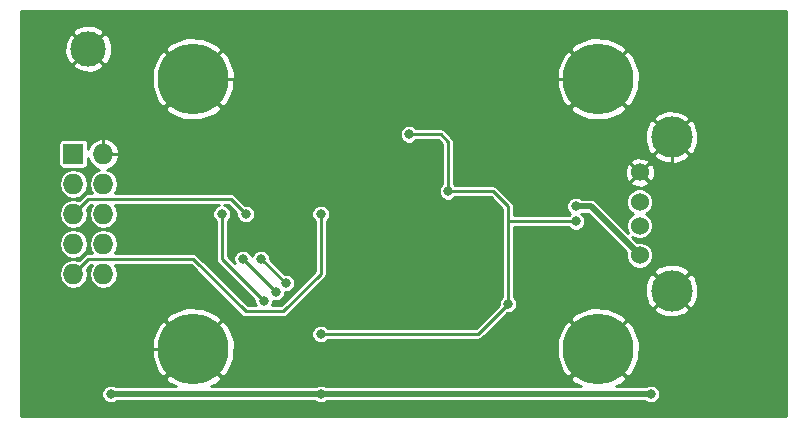
<source format=gbr>
G04 #@! TF.FileFunction,Copper,L2,Bot,Signal*
%FSLAX46Y46*%
G04 Gerber Fmt 4.6, Leading zero omitted, Abs format (unit mm)*
G04 Created by KiCad (PCBNEW 4.0.5+dfsg1-4) date Thu Feb 15 14:09:15 2018*
%MOMM*%
%LPD*%
G01*
G04 APERTURE LIST*
%ADD10C,0.100000*%
%ADD11R,1.727200X1.727200*%
%ADD12O,1.727200X1.727200*%
%ADD13C,1.524000*%
%ADD14C,3.500000*%
%ADD15C,6.000000*%
%ADD16C,3.000000*%
%ADD17C,0.800000*%
%ADD18C,0.250000*%
%ADD19C,0.500000*%
%ADD20C,0.254000*%
G04 APERTURE END LIST*
D10*
D11*
X132080000Y-96520000D03*
D12*
X134620000Y-96520000D03*
X132080000Y-99060000D03*
X134620000Y-99060000D03*
X132080000Y-101600000D03*
X134620000Y-101600000D03*
X132080000Y-104140000D03*
X134620000Y-104140000D03*
X132080000Y-106680000D03*
X134620000Y-106680000D03*
D13*
X180040000Y-100600000D03*
X180040000Y-102600000D03*
X180040000Y-98100000D03*
X180040000Y-105100000D03*
D14*
X182740000Y-108100000D03*
X182740000Y-95100000D03*
D15*
X142240000Y-90170000D03*
X142240000Y-113030000D03*
X176530000Y-113030000D03*
X176530000Y-90170000D03*
D16*
X133350000Y-87630000D03*
D17*
X129286000Y-117221000D03*
X190500000Y-101600000D03*
X151511000Y-91440000D03*
X162052000Y-91440000D03*
X140970000Y-99060000D03*
X163195000Y-101600000D03*
X157480000Y-102870000D03*
X162560000Y-114300000D03*
X172720000Y-98425000D03*
X172720000Y-96520000D03*
X172720000Y-94615000D03*
X184785000Y-117475000D03*
X166370000Y-94615000D03*
X176530000Y-99695000D03*
X176530000Y-103505000D03*
X180975000Y-116840000D03*
X135255000Y-116840000D03*
X153035000Y-116840000D03*
X160528000Y-94869000D03*
X174625000Y-102235000D03*
X168910000Y-109220000D03*
X153035000Y-111760000D03*
X163830000Y-99695000D03*
X174625000Y-100965000D03*
X149225000Y-108204000D03*
X146431000Y-105410000D03*
X144653000Y-101600000D03*
X148209000Y-108966000D03*
X147955000Y-105410000D03*
X150114000Y-107442000D03*
X146685000Y-101600000D03*
X153035000Y-101600000D03*
D18*
X142240000Y-113030000D02*
X133477000Y-113030000D01*
X133477000Y-113030000D02*
X129286000Y-117221000D01*
X182740000Y-95100000D02*
X182740000Y-100698000D01*
X183642000Y-101600000D02*
X190500000Y-101600000D01*
X182740000Y-100698000D02*
X183642000Y-101600000D01*
X142240000Y-90170000D02*
X150241000Y-90170000D01*
X150241000Y-90170000D02*
X151511000Y-91440000D01*
X176530000Y-90170000D02*
X163322000Y-90170000D01*
X163322000Y-90170000D02*
X162052000Y-91440000D01*
X134620000Y-96520000D02*
X138430000Y-96520000D01*
X138430000Y-96520000D02*
X140970000Y-99060000D01*
X163195000Y-101600000D02*
X161925000Y-102870000D01*
X161925000Y-102870000D02*
X157480000Y-102870000D01*
D19*
X180975000Y-116840000D02*
X153035000Y-116840000D01*
X135255000Y-116840000D02*
X153035000Y-116840000D01*
D18*
X163830000Y-95885000D02*
X163830000Y-95504000D01*
X163830000Y-99695000D02*
X163830000Y-95885000D01*
X163195000Y-94869000D02*
X160528000Y-94869000D01*
X163830000Y-95504000D02*
X163195000Y-94869000D01*
X168910000Y-102235000D02*
X168910000Y-100965000D01*
X167640000Y-99695000D02*
X163830000Y-99695000D01*
X168910000Y-100965000D02*
X167640000Y-99695000D01*
X168910000Y-109220000D02*
X168910000Y-102235000D01*
X168910000Y-102235000D02*
X174625000Y-102235000D01*
X166370000Y-111760000D02*
X168910000Y-109220000D01*
X153035000Y-111760000D02*
X166370000Y-111760000D01*
D19*
X174625000Y-100965000D02*
X175905000Y-100965000D01*
X175905000Y-100965000D02*
X180040000Y-105100000D01*
D18*
X149225000Y-108204000D02*
X146431000Y-105410000D01*
X144653000Y-105410000D02*
X144653000Y-101600000D01*
X148209000Y-108966000D02*
X144653000Y-105410000D01*
X147955000Y-105410000D02*
X150114000Y-107442000D01*
X133350000Y-100330000D02*
X132080000Y-101600000D01*
X145415000Y-100330000D02*
X133350000Y-100330000D01*
X146685000Y-101600000D02*
X145415000Y-100330000D01*
X133350000Y-105410000D02*
X132080000Y-106680000D01*
X142240000Y-105410000D02*
X133350000Y-105410000D01*
X146685000Y-109855000D02*
X142240000Y-105410000D01*
X149860000Y-109855000D02*
X146685000Y-109855000D01*
X153035000Y-106680000D02*
X149860000Y-109855000D01*
X153035000Y-101600000D02*
X153035000Y-106680000D01*
D20*
G36*
X192405000Y-118745000D02*
X127635000Y-118745000D01*
X127635000Y-116994669D01*
X134473864Y-116994669D01*
X134592514Y-117281823D01*
X134812021Y-117501714D01*
X135098968Y-117620864D01*
X135409669Y-117621136D01*
X135696823Y-117502486D01*
X135728364Y-117471000D01*
X152561361Y-117471000D01*
X152592021Y-117501714D01*
X152878968Y-117620864D01*
X153189669Y-117621136D01*
X153476823Y-117502486D01*
X153508364Y-117471000D01*
X180501361Y-117471000D01*
X180532021Y-117501714D01*
X180818968Y-117620864D01*
X181129669Y-117621136D01*
X181416823Y-117502486D01*
X181636714Y-117282979D01*
X181755864Y-116996032D01*
X181756136Y-116685331D01*
X181637486Y-116398177D01*
X181417979Y-116178286D01*
X181131032Y-116059136D01*
X180820331Y-116058864D01*
X180533177Y-116177514D01*
X180501636Y-116209000D01*
X178045012Y-116209000D01*
X178409650Y-116073005D01*
X178622059Y-115931078D01*
X178960328Y-115478289D01*
X176530000Y-113047961D01*
X174099672Y-115478289D01*
X174437941Y-115931078D01*
X175046474Y-116209000D01*
X153508639Y-116209000D01*
X153477979Y-116178286D01*
X153191032Y-116059136D01*
X152880331Y-116058864D01*
X152593177Y-116177514D01*
X152561636Y-116209000D01*
X143755012Y-116209000D01*
X144119650Y-116073005D01*
X144332059Y-115931078D01*
X144670328Y-115478289D01*
X142240000Y-113047961D01*
X139809672Y-115478289D01*
X140147941Y-115931078D01*
X140756474Y-116209000D01*
X135728639Y-116209000D01*
X135697979Y-116178286D01*
X135411032Y-116059136D01*
X135100331Y-116058864D01*
X134813177Y-116177514D01*
X134593286Y-116397021D01*
X134474136Y-116683968D01*
X134473864Y-116994669D01*
X127635000Y-116994669D01*
X127635000Y-113602063D01*
X138709319Y-113602063D01*
X139196995Y-114909650D01*
X139338922Y-115122059D01*
X139791711Y-115460328D01*
X142222039Y-113030000D01*
X142257961Y-113030000D01*
X144688289Y-115460328D01*
X145141078Y-115122059D01*
X145720843Y-113852616D01*
X145729796Y-113602063D01*
X172999319Y-113602063D01*
X173486995Y-114909650D01*
X173628922Y-115122059D01*
X174081711Y-115460328D01*
X176512039Y-113030000D01*
X176547961Y-113030000D01*
X178978289Y-115460328D01*
X179431078Y-115122059D01*
X180010843Y-113852616D01*
X180060681Y-112457937D01*
X179573005Y-111150350D01*
X179431078Y-110937941D01*
X178978289Y-110599672D01*
X176547961Y-113030000D01*
X176512039Y-113030000D01*
X174081711Y-110599672D01*
X173628922Y-110937941D01*
X173049157Y-112207384D01*
X172999319Y-113602063D01*
X145729796Y-113602063D01*
X145770681Y-112457937D01*
X145568065Y-111914669D01*
X152253864Y-111914669D01*
X152372514Y-112201823D01*
X152592021Y-112421714D01*
X152878968Y-112540864D01*
X153189669Y-112541136D01*
X153476823Y-112422486D01*
X153633583Y-112266000D01*
X166370000Y-112266000D01*
X166563638Y-112227483D01*
X166727796Y-112117796D01*
X168263881Y-110581711D01*
X174099672Y-110581711D01*
X176530000Y-113012039D01*
X178960328Y-110581711D01*
X178622059Y-110128922D01*
X177567025Y-109647079D01*
X181210882Y-109647079D01*
X181397074Y-109969985D01*
X182214910Y-110341556D01*
X183112687Y-110371871D01*
X183953725Y-110056314D01*
X184082926Y-109969985D01*
X184269118Y-109647079D01*
X182740000Y-108117961D01*
X181210882Y-109647079D01*
X177567025Y-109647079D01*
X177352616Y-109549157D01*
X175957937Y-109499319D01*
X174650350Y-109986995D01*
X174437941Y-110128922D01*
X174099672Y-110581711D01*
X168263881Y-110581711D01*
X168844649Y-110000943D01*
X169064669Y-110001136D01*
X169351823Y-109882486D01*
X169571714Y-109662979D01*
X169690864Y-109376032D01*
X169691136Y-109065331D01*
X169572486Y-108778177D01*
X169416000Y-108621417D01*
X169416000Y-108472687D01*
X180468129Y-108472687D01*
X180783686Y-109313725D01*
X180870015Y-109442926D01*
X181192921Y-109629118D01*
X182722039Y-108100000D01*
X182757961Y-108100000D01*
X184287079Y-109629118D01*
X184609985Y-109442926D01*
X184981556Y-108625090D01*
X185011871Y-107727313D01*
X184696314Y-106886275D01*
X184609985Y-106757074D01*
X184287079Y-106570882D01*
X182757961Y-108100000D01*
X182722039Y-108100000D01*
X181192921Y-106570882D01*
X180870015Y-106757074D01*
X180498444Y-107574910D01*
X180468129Y-108472687D01*
X169416000Y-108472687D01*
X169416000Y-106552921D01*
X181210882Y-106552921D01*
X182740000Y-108082039D01*
X184269118Y-106552921D01*
X184082926Y-106230015D01*
X183265090Y-105858444D01*
X182367313Y-105828129D01*
X181526275Y-106143686D01*
X181397074Y-106230015D01*
X181210882Y-106552921D01*
X169416000Y-106552921D01*
X169416000Y-102741000D01*
X174026579Y-102741000D01*
X174182021Y-102896714D01*
X174468968Y-103015864D01*
X174779669Y-103016136D01*
X175066823Y-102897486D01*
X175286714Y-102677979D01*
X175405864Y-102391032D01*
X175406136Y-102080331D01*
X175287486Y-101793177D01*
X175094502Y-101599855D01*
X175098364Y-101596000D01*
X175643632Y-101596000D01*
X178903677Y-104856045D01*
X178897199Y-104871646D01*
X178896802Y-105326359D01*
X179070446Y-105746612D01*
X179391697Y-106068423D01*
X179811646Y-106242801D01*
X180266359Y-106243198D01*
X180686612Y-106069554D01*
X181008423Y-105748303D01*
X181182801Y-105328354D01*
X181183198Y-104873641D01*
X181009554Y-104453388D01*
X180688303Y-104131577D01*
X180268354Y-103957199D01*
X179813641Y-103956802D01*
X179796325Y-103963957D01*
X179407249Y-103574881D01*
X179811646Y-103742801D01*
X180266359Y-103743198D01*
X180686612Y-103569554D01*
X181008423Y-103248303D01*
X181182801Y-102828354D01*
X181183198Y-102373641D01*
X181009554Y-101953388D01*
X180688303Y-101631577D01*
X180612591Y-101600139D01*
X180686612Y-101569554D01*
X181008423Y-101248303D01*
X181182801Y-100828354D01*
X181183198Y-100373641D01*
X181009554Y-99953388D01*
X180688303Y-99631577D01*
X180268354Y-99457199D01*
X179813641Y-99456802D01*
X179393388Y-99630446D01*
X179071577Y-99951697D01*
X178897199Y-100371646D01*
X178896802Y-100826359D01*
X179070446Y-101246612D01*
X179391697Y-101568423D01*
X179467409Y-101599861D01*
X179393388Y-101630446D01*
X179071577Y-101951697D01*
X178897199Y-102371646D01*
X178896802Y-102826359D01*
X179064437Y-103232069D01*
X176351184Y-100518816D01*
X176146473Y-100382032D01*
X175905000Y-100334000D01*
X175098639Y-100334000D01*
X175067979Y-100303286D01*
X174781032Y-100184136D01*
X174470331Y-100183864D01*
X174183177Y-100302514D01*
X173963286Y-100522021D01*
X173844136Y-100808968D01*
X173843864Y-101119669D01*
X173962514Y-101406823D01*
X174155498Y-101600145D01*
X174026417Y-101729000D01*
X169416000Y-101729000D01*
X169416000Y-100965000D01*
X169377483Y-100771362D01*
X169267796Y-100607204D01*
X167997796Y-99337204D01*
X167833638Y-99227517D01*
X167640000Y-99189000D01*
X164428421Y-99189000D01*
X164336000Y-99096417D01*
X164336000Y-98934748D01*
X179223212Y-98934748D01*
X179289199Y-99154996D01*
X179750080Y-99362008D01*
X180255098Y-99376891D01*
X180727370Y-99197379D01*
X180790801Y-99154996D01*
X180856788Y-98934748D01*
X180040000Y-98117961D01*
X179223212Y-98934748D01*
X164336000Y-98934748D01*
X164336000Y-98315098D01*
X178763109Y-98315098D01*
X178942621Y-98787370D01*
X178985004Y-98850801D01*
X179205252Y-98916788D01*
X180022039Y-98100000D01*
X180057961Y-98100000D01*
X180874748Y-98916788D01*
X181094996Y-98850801D01*
X181302008Y-98389920D01*
X181316891Y-97884902D01*
X181137379Y-97412630D01*
X181094996Y-97349199D01*
X180874748Y-97283212D01*
X180057961Y-98100000D01*
X180022039Y-98100000D01*
X179205252Y-97283212D01*
X178985004Y-97349199D01*
X178777992Y-97810080D01*
X178763109Y-98315098D01*
X164336000Y-98315098D01*
X164336000Y-97265252D01*
X179223212Y-97265252D01*
X180040000Y-98082039D01*
X180856788Y-97265252D01*
X180790801Y-97045004D01*
X180329920Y-96837992D01*
X179824902Y-96823109D01*
X179352630Y-97002621D01*
X179289199Y-97045004D01*
X179223212Y-97265252D01*
X164336000Y-97265252D01*
X164336000Y-96647079D01*
X181210882Y-96647079D01*
X181397074Y-96969985D01*
X182214910Y-97341556D01*
X183112687Y-97371871D01*
X183953725Y-97056314D01*
X184082926Y-96969985D01*
X184269118Y-96647079D01*
X182740000Y-95117961D01*
X181210882Y-96647079D01*
X164336000Y-96647079D01*
X164336000Y-95504000D01*
X164329772Y-95472687D01*
X180468129Y-95472687D01*
X180783686Y-96313725D01*
X180870015Y-96442926D01*
X181192921Y-96629118D01*
X182722039Y-95100000D01*
X182757961Y-95100000D01*
X184287079Y-96629118D01*
X184609985Y-96442926D01*
X184981556Y-95625090D01*
X185011871Y-94727313D01*
X184696314Y-93886275D01*
X184609985Y-93757074D01*
X184287079Y-93570882D01*
X182757961Y-95100000D01*
X182722039Y-95100000D01*
X181192921Y-93570882D01*
X180870015Y-93757074D01*
X180498444Y-94574910D01*
X180468129Y-95472687D01*
X164329772Y-95472687D01*
X164297483Y-95310362D01*
X164187796Y-95146204D01*
X163552796Y-94511204D01*
X163388638Y-94401517D01*
X163195000Y-94363000D01*
X161126421Y-94363000D01*
X160970979Y-94207286D01*
X160684032Y-94088136D01*
X160373331Y-94087864D01*
X160086177Y-94206514D01*
X159866286Y-94426021D01*
X159747136Y-94712968D01*
X159746864Y-95023669D01*
X159865514Y-95310823D01*
X160085021Y-95530714D01*
X160371968Y-95649864D01*
X160682669Y-95650136D01*
X160969823Y-95531486D01*
X161126583Y-95375000D01*
X162985408Y-95375000D01*
X163324000Y-95713592D01*
X163324000Y-99096579D01*
X163168286Y-99252021D01*
X163049136Y-99538968D01*
X163048864Y-99849669D01*
X163167514Y-100136823D01*
X163387021Y-100356714D01*
X163673968Y-100475864D01*
X163984669Y-100476136D01*
X164271823Y-100357486D01*
X164428583Y-100201000D01*
X167430408Y-100201000D01*
X168404000Y-101174592D01*
X168404000Y-108621579D01*
X168248286Y-108777021D01*
X168129136Y-109063968D01*
X168128942Y-109285466D01*
X166160408Y-111254000D01*
X153633421Y-111254000D01*
X153477979Y-111098286D01*
X153191032Y-110979136D01*
X152880331Y-110978864D01*
X152593177Y-111097514D01*
X152373286Y-111317021D01*
X152254136Y-111603968D01*
X152253864Y-111914669D01*
X145568065Y-111914669D01*
X145283005Y-111150350D01*
X145141078Y-110937941D01*
X144688289Y-110599672D01*
X142257961Y-113030000D01*
X142222039Y-113030000D01*
X139791711Y-110599672D01*
X139338922Y-110937941D01*
X138759157Y-112207384D01*
X138709319Y-113602063D01*
X127635000Y-113602063D01*
X127635000Y-110581711D01*
X139809672Y-110581711D01*
X142240000Y-113012039D01*
X144670328Y-110581711D01*
X144332059Y-110128922D01*
X143062616Y-109549157D01*
X141667937Y-109499319D01*
X140360350Y-109986995D01*
X140147941Y-110128922D01*
X139809672Y-110581711D01*
X127635000Y-110581711D01*
X127635000Y-104115617D01*
X130835400Y-104115617D01*
X130835400Y-104164383D01*
X130930140Y-104640671D01*
X131199935Y-105044448D01*
X131603712Y-105314243D01*
X132080000Y-105408983D01*
X132556288Y-105314243D01*
X132960065Y-105044448D01*
X133229860Y-104640671D01*
X133324600Y-104164383D01*
X133324600Y-104115617D01*
X133229860Y-103639329D01*
X132960065Y-103235552D01*
X132556288Y-102965757D01*
X132080000Y-102871017D01*
X131603712Y-102965757D01*
X131199935Y-103235552D01*
X130930140Y-103639329D01*
X130835400Y-104115617D01*
X127635000Y-104115617D01*
X127635000Y-99035617D01*
X130835400Y-99035617D01*
X130835400Y-99084383D01*
X130930140Y-99560671D01*
X131199935Y-99964448D01*
X131603712Y-100234243D01*
X132080000Y-100328983D01*
X132556288Y-100234243D01*
X132960065Y-99964448D01*
X133229860Y-99560671D01*
X133324600Y-99084383D01*
X133324600Y-99035617D01*
X133229860Y-98559329D01*
X132960065Y-98155552D01*
X132556288Y-97885757D01*
X132080000Y-97791017D01*
X131603712Y-97885757D01*
X131199935Y-98155552D01*
X130930140Y-98559329D01*
X130835400Y-99035617D01*
X127635000Y-99035617D01*
X127635000Y-95656400D01*
X130827936Y-95656400D01*
X130827936Y-97383600D01*
X130854503Y-97524790D01*
X130937946Y-97654465D01*
X131065266Y-97741459D01*
X131216400Y-97772064D01*
X132943600Y-97772064D01*
X133084790Y-97745497D01*
X133214465Y-97662054D01*
X133301459Y-97534734D01*
X133332064Y-97383600D01*
X133332064Y-96917686D01*
X133457204Y-97247457D01*
X133824102Y-97637065D01*
X134305446Y-97853586D01*
X134143712Y-97885757D01*
X133739935Y-98155552D01*
X133470140Y-98559329D01*
X133375400Y-99035617D01*
X133375400Y-99084383D01*
X133470140Y-99560671D01*
X133646091Y-99824000D01*
X133350000Y-99824000D01*
X133156362Y-99862517D01*
X132992204Y-99972204D01*
X132541577Y-100422831D01*
X132080000Y-100331017D01*
X131603712Y-100425757D01*
X131199935Y-100695552D01*
X130930140Y-101099329D01*
X130835400Y-101575617D01*
X130835400Y-101624383D01*
X130930140Y-102100671D01*
X131199935Y-102504448D01*
X131603712Y-102774243D01*
X132080000Y-102868983D01*
X132556288Y-102774243D01*
X132960065Y-102504448D01*
X133229860Y-102100671D01*
X133324600Y-101624383D01*
X133324600Y-101575617D01*
X133240877Y-101154715D01*
X133559592Y-100836000D01*
X133646091Y-100836000D01*
X133470140Y-101099329D01*
X133375400Y-101575617D01*
X133375400Y-101624383D01*
X133470140Y-102100671D01*
X133739935Y-102504448D01*
X134143712Y-102774243D01*
X134620000Y-102868983D01*
X135096288Y-102774243D01*
X135500065Y-102504448D01*
X135769860Y-102100671D01*
X135864600Y-101624383D01*
X135864600Y-101575617D01*
X135769860Y-101099329D01*
X135593909Y-100836000D01*
X144456859Y-100836000D01*
X144211177Y-100937514D01*
X143991286Y-101157021D01*
X143872136Y-101443968D01*
X143871864Y-101754669D01*
X143990514Y-102041823D01*
X144147000Y-102198583D01*
X144147000Y-105410000D01*
X144185517Y-105603638D01*
X144295204Y-105767796D01*
X147428057Y-108900649D01*
X147427864Y-109120669D01*
X147522209Y-109349000D01*
X146894592Y-109349000D01*
X142597796Y-105052204D01*
X142433638Y-104942517D01*
X142240000Y-104904000D01*
X135593909Y-104904000D01*
X135769860Y-104640671D01*
X135864600Y-104164383D01*
X135864600Y-104115617D01*
X135769860Y-103639329D01*
X135500065Y-103235552D01*
X135096288Y-102965757D01*
X134620000Y-102871017D01*
X134143712Y-102965757D01*
X133739935Y-103235552D01*
X133470140Y-103639329D01*
X133375400Y-104115617D01*
X133375400Y-104164383D01*
X133470140Y-104640671D01*
X133646091Y-104904000D01*
X133350000Y-104904000D01*
X133156362Y-104942517D01*
X132992204Y-105052204D01*
X132541577Y-105502831D01*
X132080000Y-105411017D01*
X131603712Y-105505757D01*
X131199935Y-105775552D01*
X130930140Y-106179329D01*
X130835400Y-106655617D01*
X130835400Y-106704383D01*
X130930140Y-107180671D01*
X131199935Y-107584448D01*
X131603712Y-107854243D01*
X132080000Y-107948983D01*
X132556288Y-107854243D01*
X132960065Y-107584448D01*
X133229860Y-107180671D01*
X133324600Y-106704383D01*
X133324600Y-106655617D01*
X133240877Y-106234715D01*
X133559592Y-105916000D01*
X133646091Y-105916000D01*
X133470140Y-106179329D01*
X133375400Y-106655617D01*
X133375400Y-106704383D01*
X133470140Y-107180671D01*
X133739935Y-107584448D01*
X134143712Y-107854243D01*
X134620000Y-107948983D01*
X135096288Y-107854243D01*
X135500065Y-107584448D01*
X135769860Y-107180671D01*
X135864600Y-106704383D01*
X135864600Y-106655617D01*
X135769860Y-106179329D01*
X135593909Y-105916000D01*
X142030408Y-105916000D01*
X146327204Y-110212796D01*
X146491362Y-110322483D01*
X146685000Y-110361000D01*
X149860000Y-110361000D01*
X150053638Y-110322483D01*
X150217796Y-110212796D01*
X153392796Y-107037796D01*
X153502483Y-106873638D01*
X153541000Y-106680000D01*
X153541000Y-102198421D01*
X153696714Y-102042979D01*
X153815864Y-101756032D01*
X153816136Y-101445331D01*
X153697486Y-101158177D01*
X153477979Y-100938286D01*
X153191032Y-100819136D01*
X152880331Y-100818864D01*
X152593177Y-100937514D01*
X152373286Y-101157021D01*
X152254136Y-101443968D01*
X152253864Y-101754669D01*
X152372514Y-102041823D01*
X152529000Y-102198583D01*
X152529000Y-106470408D01*
X149650408Y-109349000D01*
X148895619Y-109349000D01*
X148989864Y-109122032D01*
X148990013Y-108952079D01*
X149068968Y-108984864D01*
X149379669Y-108985136D01*
X149666823Y-108866486D01*
X149886714Y-108646979D01*
X150005864Y-108360032D01*
X150005984Y-108222906D01*
X150268669Y-108223136D01*
X150555823Y-108104486D01*
X150775714Y-107884979D01*
X150894864Y-107598032D01*
X150895136Y-107287331D01*
X150776486Y-107000177D01*
X150556979Y-106780286D01*
X150270032Y-106661136D01*
X150022395Y-106660919D01*
X148735965Y-105450162D01*
X148736136Y-105255331D01*
X148617486Y-104968177D01*
X148397979Y-104748286D01*
X148111032Y-104629136D01*
X147800331Y-104628864D01*
X147513177Y-104747514D01*
X147293286Y-104967021D01*
X147192901Y-105208778D01*
X147093486Y-104968177D01*
X146873979Y-104748286D01*
X146587032Y-104629136D01*
X146276331Y-104628864D01*
X145989177Y-104747514D01*
X145769286Y-104967021D01*
X145650136Y-105253968D01*
X145649864Y-105564669D01*
X145739010Y-105780418D01*
X145159000Y-105200408D01*
X145159000Y-102198421D01*
X145314714Y-102042979D01*
X145433864Y-101756032D01*
X145434136Y-101445331D01*
X145315486Y-101158177D01*
X145095979Y-100938286D01*
X144849645Y-100836000D01*
X145205408Y-100836000D01*
X145904057Y-101534649D01*
X145903864Y-101754669D01*
X146022514Y-102041823D01*
X146242021Y-102261714D01*
X146528968Y-102380864D01*
X146839669Y-102381136D01*
X147126823Y-102262486D01*
X147346714Y-102042979D01*
X147465864Y-101756032D01*
X147466136Y-101445331D01*
X147347486Y-101158177D01*
X147127979Y-100938286D01*
X146841032Y-100819136D01*
X146619534Y-100818942D01*
X145772796Y-99972204D01*
X145608638Y-99862517D01*
X145415000Y-99824000D01*
X135593909Y-99824000D01*
X135769860Y-99560671D01*
X135864600Y-99084383D01*
X135864600Y-99035617D01*
X135769860Y-98559329D01*
X135500065Y-98155552D01*
X135096288Y-97885757D01*
X134934554Y-97853586D01*
X135415898Y-97637065D01*
X135782796Y-97247457D01*
X135972669Y-96747100D01*
X135864542Y-96532700D01*
X134632700Y-96532700D01*
X134632700Y-96552700D01*
X134607300Y-96552700D01*
X134607300Y-96532700D01*
X134587300Y-96532700D01*
X134587300Y-96507300D01*
X134607300Y-96507300D01*
X134607300Y-95275465D01*
X134632700Y-95275465D01*
X134632700Y-96507300D01*
X135864542Y-96507300D01*
X135972669Y-96292900D01*
X135782796Y-95792543D01*
X135415898Y-95402935D01*
X134927832Y-95183390D01*
X134847100Y-95167332D01*
X134632700Y-95275465D01*
X134607300Y-95275465D01*
X134392900Y-95167332D01*
X134312168Y-95183390D01*
X133824102Y-95402935D01*
X133457204Y-95792543D01*
X133332064Y-96122314D01*
X133332064Y-95656400D01*
X133305497Y-95515210D01*
X133222054Y-95385535D01*
X133094734Y-95298541D01*
X132943600Y-95267936D01*
X131216400Y-95267936D01*
X131075210Y-95294503D01*
X130945535Y-95377946D01*
X130858541Y-95505266D01*
X130827936Y-95656400D01*
X127635000Y-95656400D01*
X127635000Y-92618289D01*
X139809672Y-92618289D01*
X140147941Y-93071078D01*
X141417384Y-93650843D01*
X142812063Y-93700681D01*
X144119650Y-93213005D01*
X144332059Y-93071078D01*
X144670328Y-92618289D01*
X174099672Y-92618289D01*
X174437941Y-93071078D01*
X175707384Y-93650843D01*
X177102063Y-93700681D01*
X177498246Y-93552921D01*
X181210882Y-93552921D01*
X182740000Y-95082039D01*
X184269118Y-93552921D01*
X184082926Y-93230015D01*
X183265090Y-92858444D01*
X182367313Y-92828129D01*
X181526275Y-93143686D01*
X181397074Y-93230015D01*
X181210882Y-93552921D01*
X177498246Y-93552921D01*
X178409650Y-93213005D01*
X178622059Y-93071078D01*
X178960328Y-92618289D01*
X176530000Y-90187961D01*
X174099672Y-92618289D01*
X144670328Y-92618289D01*
X142240000Y-90187961D01*
X139809672Y-92618289D01*
X127635000Y-92618289D01*
X127635000Y-90742063D01*
X138709319Y-90742063D01*
X139196995Y-92049650D01*
X139338922Y-92262059D01*
X139791711Y-92600328D01*
X142222039Y-90170000D01*
X142257961Y-90170000D01*
X144688289Y-92600328D01*
X145141078Y-92262059D01*
X145720843Y-90992616D01*
X145729796Y-90742063D01*
X172999319Y-90742063D01*
X173486995Y-92049650D01*
X173628922Y-92262059D01*
X174081711Y-92600328D01*
X176512039Y-90170000D01*
X176547961Y-90170000D01*
X178978289Y-92600328D01*
X179431078Y-92262059D01*
X180010843Y-90992616D01*
X180060681Y-89597937D01*
X179573005Y-88290350D01*
X179431078Y-88077941D01*
X178978289Y-87739672D01*
X176547961Y-90170000D01*
X176512039Y-90170000D01*
X174081711Y-87739672D01*
X173628922Y-88077941D01*
X173049157Y-89347384D01*
X172999319Y-90742063D01*
X145729796Y-90742063D01*
X145770681Y-89597937D01*
X145283005Y-88290350D01*
X145141078Y-88077941D01*
X144688289Y-87739672D01*
X142257961Y-90170000D01*
X142222039Y-90170000D01*
X139791711Y-87739672D01*
X139338922Y-88077941D01*
X138759157Y-89347384D01*
X138709319Y-90742063D01*
X127635000Y-90742063D01*
X127635000Y-88996835D01*
X132001125Y-88996835D01*
X132156902Y-89293766D01*
X132884416Y-89623698D01*
X133682812Y-89650109D01*
X134430540Y-89368976D01*
X134543098Y-89293766D01*
X134698875Y-88996835D01*
X133350000Y-87647961D01*
X132001125Y-88996835D01*
X127635000Y-88996835D01*
X127635000Y-87962812D01*
X131329891Y-87962812D01*
X131611024Y-88710540D01*
X131686234Y-88823098D01*
X131983165Y-88978875D01*
X133332039Y-87630000D01*
X133367961Y-87630000D01*
X134716835Y-88978875D01*
X135013766Y-88823098D01*
X135343698Y-88095584D01*
X135356065Y-87721711D01*
X139809672Y-87721711D01*
X142240000Y-90152039D01*
X144670328Y-87721711D01*
X174099672Y-87721711D01*
X176530000Y-90152039D01*
X178960328Y-87721711D01*
X178622059Y-87268922D01*
X177352616Y-86689157D01*
X175957937Y-86639319D01*
X174650350Y-87126995D01*
X174437941Y-87268922D01*
X174099672Y-87721711D01*
X144670328Y-87721711D01*
X144332059Y-87268922D01*
X143062616Y-86689157D01*
X141667937Y-86639319D01*
X140360350Y-87126995D01*
X140147941Y-87268922D01*
X139809672Y-87721711D01*
X135356065Y-87721711D01*
X135370109Y-87297188D01*
X135088976Y-86549460D01*
X135013766Y-86436902D01*
X134716835Y-86281125D01*
X133367961Y-87630000D01*
X133332039Y-87630000D01*
X131983165Y-86281125D01*
X131686234Y-86436902D01*
X131356302Y-87164416D01*
X131329891Y-87962812D01*
X127635000Y-87962812D01*
X127635000Y-86263165D01*
X132001125Y-86263165D01*
X133350000Y-87612039D01*
X134698875Y-86263165D01*
X134543098Y-85966234D01*
X133815584Y-85636302D01*
X133017188Y-85609891D01*
X132269460Y-85891024D01*
X132156902Y-85966234D01*
X132001125Y-86263165D01*
X127635000Y-86263165D01*
X127635000Y-84455000D01*
X192405000Y-84455000D01*
X192405000Y-118745000D01*
X192405000Y-118745000D01*
G37*
X192405000Y-118745000D02*
X127635000Y-118745000D01*
X127635000Y-116994669D01*
X134473864Y-116994669D01*
X134592514Y-117281823D01*
X134812021Y-117501714D01*
X135098968Y-117620864D01*
X135409669Y-117621136D01*
X135696823Y-117502486D01*
X135728364Y-117471000D01*
X152561361Y-117471000D01*
X152592021Y-117501714D01*
X152878968Y-117620864D01*
X153189669Y-117621136D01*
X153476823Y-117502486D01*
X153508364Y-117471000D01*
X180501361Y-117471000D01*
X180532021Y-117501714D01*
X180818968Y-117620864D01*
X181129669Y-117621136D01*
X181416823Y-117502486D01*
X181636714Y-117282979D01*
X181755864Y-116996032D01*
X181756136Y-116685331D01*
X181637486Y-116398177D01*
X181417979Y-116178286D01*
X181131032Y-116059136D01*
X180820331Y-116058864D01*
X180533177Y-116177514D01*
X180501636Y-116209000D01*
X178045012Y-116209000D01*
X178409650Y-116073005D01*
X178622059Y-115931078D01*
X178960328Y-115478289D01*
X176530000Y-113047961D01*
X174099672Y-115478289D01*
X174437941Y-115931078D01*
X175046474Y-116209000D01*
X153508639Y-116209000D01*
X153477979Y-116178286D01*
X153191032Y-116059136D01*
X152880331Y-116058864D01*
X152593177Y-116177514D01*
X152561636Y-116209000D01*
X143755012Y-116209000D01*
X144119650Y-116073005D01*
X144332059Y-115931078D01*
X144670328Y-115478289D01*
X142240000Y-113047961D01*
X139809672Y-115478289D01*
X140147941Y-115931078D01*
X140756474Y-116209000D01*
X135728639Y-116209000D01*
X135697979Y-116178286D01*
X135411032Y-116059136D01*
X135100331Y-116058864D01*
X134813177Y-116177514D01*
X134593286Y-116397021D01*
X134474136Y-116683968D01*
X134473864Y-116994669D01*
X127635000Y-116994669D01*
X127635000Y-113602063D01*
X138709319Y-113602063D01*
X139196995Y-114909650D01*
X139338922Y-115122059D01*
X139791711Y-115460328D01*
X142222039Y-113030000D01*
X142257961Y-113030000D01*
X144688289Y-115460328D01*
X145141078Y-115122059D01*
X145720843Y-113852616D01*
X145729796Y-113602063D01*
X172999319Y-113602063D01*
X173486995Y-114909650D01*
X173628922Y-115122059D01*
X174081711Y-115460328D01*
X176512039Y-113030000D01*
X176547961Y-113030000D01*
X178978289Y-115460328D01*
X179431078Y-115122059D01*
X180010843Y-113852616D01*
X180060681Y-112457937D01*
X179573005Y-111150350D01*
X179431078Y-110937941D01*
X178978289Y-110599672D01*
X176547961Y-113030000D01*
X176512039Y-113030000D01*
X174081711Y-110599672D01*
X173628922Y-110937941D01*
X173049157Y-112207384D01*
X172999319Y-113602063D01*
X145729796Y-113602063D01*
X145770681Y-112457937D01*
X145568065Y-111914669D01*
X152253864Y-111914669D01*
X152372514Y-112201823D01*
X152592021Y-112421714D01*
X152878968Y-112540864D01*
X153189669Y-112541136D01*
X153476823Y-112422486D01*
X153633583Y-112266000D01*
X166370000Y-112266000D01*
X166563638Y-112227483D01*
X166727796Y-112117796D01*
X168263881Y-110581711D01*
X174099672Y-110581711D01*
X176530000Y-113012039D01*
X178960328Y-110581711D01*
X178622059Y-110128922D01*
X177567025Y-109647079D01*
X181210882Y-109647079D01*
X181397074Y-109969985D01*
X182214910Y-110341556D01*
X183112687Y-110371871D01*
X183953725Y-110056314D01*
X184082926Y-109969985D01*
X184269118Y-109647079D01*
X182740000Y-108117961D01*
X181210882Y-109647079D01*
X177567025Y-109647079D01*
X177352616Y-109549157D01*
X175957937Y-109499319D01*
X174650350Y-109986995D01*
X174437941Y-110128922D01*
X174099672Y-110581711D01*
X168263881Y-110581711D01*
X168844649Y-110000943D01*
X169064669Y-110001136D01*
X169351823Y-109882486D01*
X169571714Y-109662979D01*
X169690864Y-109376032D01*
X169691136Y-109065331D01*
X169572486Y-108778177D01*
X169416000Y-108621417D01*
X169416000Y-108472687D01*
X180468129Y-108472687D01*
X180783686Y-109313725D01*
X180870015Y-109442926D01*
X181192921Y-109629118D01*
X182722039Y-108100000D01*
X182757961Y-108100000D01*
X184287079Y-109629118D01*
X184609985Y-109442926D01*
X184981556Y-108625090D01*
X185011871Y-107727313D01*
X184696314Y-106886275D01*
X184609985Y-106757074D01*
X184287079Y-106570882D01*
X182757961Y-108100000D01*
X182722039Y-108100000D01*
X181192921Y-106570882D01*
X180870015Y-106757074D01*
X180498444Y-107574910D01*
X180468129Y-108472687D01*
X169416000Y-108472687D01*
X169416000Y-106552921D01*
X181210882Y-106552921D01*
X182740000Y-108082039D01*
X184269118Y-106552921D01*
X184082926Y-106230015D01*
X183265090Y-105858444D01*
X182367313Y-105828129D01*
X181526275Y-106143686D01*
X181397074Y-106230015D01*
X181210882Y-106552921D01*
X169416000Y-106552921D01*
X169416000Y-102741000D01*
X174026579Y-102741000D01*
X174182021Y-102896714D01*
X174468968Y-103015864D01*
X174779669Y-103016136D01*
X175066823Y-102897486D01*
X175286714Y-102677979D01*
X175405864Y-102391032D01*
X175406136Y-102080331D01*
X175287486Y-101793177D01*
X175094502Y-101599855D01*
X175098364Y-101596000D01*
X175643632Y-101596000D01*
X178903677Y-104856045D01*
X178897199Y-104871646D01*
X178896802Y-105326359D01*
X179070446Y-105746612D01*
X179391697Y-106068423D01*
X179811646Y-106242801D01*
X180266359Y-106243198D01*
X180686612Y-106069554D01*
X181008423Y-105748303D01*
X181182801Y-105328354D01*
X181183198Y-104873641D01*
X181009554Y-104453388D01*
X180688303Y-104131577D01*
X180268354Y-103957199D01*
X179813641Y-103956802D01*
X179796325Y-103963957D01*
X179407249Y-103574881D01*
X179811646Y-103742801D01*
X180266359Y-103743198D01*
X180686612Y-103569554D01*
X181008423Y-103248303D01*
X181182801Y-102828354D01*
X181183198Y-102373641D01*
X181009554Y-101953388D01*
X180688303Y-101631577D01*
X180612591Y-101600139D01*
X180686612Y-101569554D01*
X181008423Y-101248303D01*
X181182801Y-100828354D01*
X181183198Y-100373641D01*
X181009554Y-99953388D01*
X180688303Y-99631577D01*
X180268354Y-99457199D01*
X179813641Y-99456802D01*
X179393388Y-99630446D01*
X179071577Y-99951697D01*
X178897199Y-100371646D01*
X178896802Y-100826359D01*
X179070446Y-101246612D01*
X179391697Y-101568423D01*
X179467409Y-101599861D01*
X179393388Y-101630446D01*
X179071577Y-101951697D01*
X178897199Y-102371646D01*
X178896802Y-102826359D01*
X179064437Y-103232069D01*
X176351184Y-100518816D01*
X176146473Y-100382032D01*
X175905000Y-100334000D01*
X175098639Y-100334000D01*
X175067979Y-100303286D01*
X174781032Y-100184136D01*
X174470331Y-100183864D01*
X174183177Y-100302514D01*
X173963286Y-100522021D01*
X173844136Y-100808968D01*
X173843864Y-101119669D01*
X173962514Y-101406823D01*
X174155498Y-101600145D01*
X174026417Y-101729000D01*
X169416000Y-101729000D01*
X169416000Y-100965000D01*
X169377483Y-100771362D01*
X169267796Y-100607204D01*
X167997796Y-99337204D01*
X167833638Y-99227517D01*
X167640000Y-99189000D01*
X164428421Y-99189000D01*
X164336000Y-99096417D01*
X164336000Y-98934748D01*
X179223212Y-98934748D01*
X179289199Y-99154996D01*
X179750080Y-99362008D01*
X180255098Y-99376891D01*
X180727370Y-99197379D01*
X180790801Y-99154996D01*
X180856788Y-98934748D01*
X180040000Y-98117961D01*
X179223212Y-98934748D01*
X164336000Y-98934748D01*
X164336000Y-98315098D01*
X178763109Y-98315098D01*
X178942621Y-98787370D01*
X178985004Y-98850801D01*
X179205252Y-98916788D01*
X180022039Y-98100000D01*
X180057961Y-98100000D01*
X180874748Y-98916788D01*
X181094996Y-98850801D01*
X181302008Y-98389920D01*
X181316891Y-97884902D01*
X181137379Y-97412630D01*
X181094996Y-97349199D01*
X180874748Y-97283212D01*
X180057961Y-98100000D01*
X180022039Y-98100000D01*
X179205252Y-97283212D01*
X178985004Y-97349199D01*
X178777992Y-97810080D01*
X178763109Y-98315098D01*
X164336000Y-98315098D01*
X164336000Y-97265252D01*
X179223212Y-97265252D01*
X180040000Y-98082039D01*
X180856788Y-97265252D01*
X180790801Y-97045004D01*
X180329920Y-96837992D01*
X179824902Y-96823109D01*
X179352630Y-97002621D01*
X179289199Y-97045004D01*
X179223212Y-97265252D01*
X164336000Y-97265252D01*
X164336000Y-96647079D01*
X181210882Y-96647079D01*
X181397074Y-96969985D01*
X182214910Y-97341556D01*
X183112687Y-97371871D01*
X183953725Y-97056314D01*
X184082926Y-96969985D01*
X184269118Y-96647079D01*
X182740000Y-95117961D01*
X181210882Y-96647079D01*
X164336000Y-96647079D01*
X164336000Y-95504000D01*
X164329772Y-95472687D01*
X180468129Y-95472687D01*
X180783686Y-96313725D01*
X180870015Y-96442926D01*
X181192921Y-96629118D01*
X182722039Y-95100000D01*
X182757961Y-95100000D01*
X184287079Y-96629118D01*
X184609985Y-96442926D01*
X184981556Y-95625090D01*
X185011871Y-94727313D01*
X184696314Y-93886275D01*
X184609985Y-93757074D01*
X184287079Y-93570882D01*
X182757961Y-95100000D01*
X182722039Y-95100000D01*
X181192921Y-93570882D01*
X180870015Y-93757074D01*
X180498444Y-94574910D01*
X180468129Y-95472687D01*
X164329772Y-95472687D01*
X164297483Y-95310362D01*
X164187796Y-95146204D01*
X163552796Y-94511204D01*
X163388638Y-94401517D01*
X163195000Y-94363000D01*
X161126421Y-94363000D01*
X160970979Y-94207286D01*
X160684032Y-94088136D01*
X160373331Y-94087864D01*
X160086177Y-94206514D01*
X159866286Y-94426021D01*
X159747136Y-94712968D01*
X159746864Y-95023669D01*
X159865514Y-95310823D01*
X160085021Y-95530714D01*
X160371968Y-95649864D01*
X160682669Y-95650136D01*
X160969823Y-95531486D01*
X161126583Y-95375000D01*
X162985408Y-95375000D01*
X163324000Y-95713592D01*
X163324000Y-99096579D01*
X163168286Y-99252021D01*
X163049136Y-99538968D01*
X163048864Y-99849669D01*
X163167514Y-100136823D01*
X163387021Y-100356714D01*
X163673968Y-100475864D01*
X163984669Y-100476136D01*
X164271823Y-100357486D01*
X164428583Y-100201000D01*
X167430408Y-100201000D01*
X168404000Y-101174592D01*
X168404000Y-108621579D01*
X168248286Y-108777021D01*
X168129136Y-109063968D01*
X168128942Y-109285466D01*
X166160408Y-111254000D01*
X153633421Y-111254000D01*
X153477979Y-111098286D01*
X153191032Y-110979136D01*
X152880331Y-110978864D01*
X152593177Y-111097514D01*
X152373286Y-111317021D01*
X152254136Y-111603968D01*
X152253864Y-111914669D01*
X145568065Y-111914669D01*
X145283005Y-111150350D01*
X145141078Y-110937941D01*
X144688289Y-110599672D01*
X142257961Y-113030000D01*
X142222039Y-113030000D01*
X139791711Y-110599672D01*
X139338922Y-110937941D01*
X138759157Y-112207384D01*
X138709319Y-113602063D01*
X127635000Y-113602063D01*
X127635000Y-110581711D01*
X139809672Y-110581711D01*
X142240000Y-113012039D01*
X144670328Y-110581711D01*
X144332059Y-110128922D01*
X143062616Y-109549157D01*
X141667937Y-109499319D01*
X140360350Y-109986995D01*
X140147941Y-110128922D01*
X139809672Y-110581711D01*
X127635000Y-110581711D01*
X127635000Y-104115617D01*
X130835400Y-104115617D01*
X130835400Y-104164383D01*
X130930140Y-104640671D01*
X131199935Y-105044448D01*
X131603712Y-105314243D01*
X132080000Y-105408983D01*
X132556288Y-105314243D01*
X132960065Y-105044448D01*
X133229860Y-104640671D01*
X133324600Y-104164383D01*
X133324600Y-104115617D01*
X133229860Y-103639329D01*
X132960065Y-103235552D01*
X132556288Y-102965757D01*
X132080000Y-102871017D01*
X131603712Y-102965757D01*
X131199935Y-103235552D01*
X130930140Y-103639329D01*
X130835400Y-104115617D01*
X127635000Y-104115617D01*
X127635000Y-99035617D01*
X130835400Y-99035617D01*
X130835400Y-99084383D01*
X130930140Y-99560671D01*
X131199935Y-99964448D01*
X131603712Y-100234243D01*
X132080000Y-100328983D01*
X132556288Y-100234243D01*
X132960065Y-99964448D01*
X133229860Y-99560671D01*
X133324600Y-99084383D01*
X133324600Y-99035617D01*
X133229860Y-98559329D01*
X132960065Y-98155552D01*
X132556288Y-97885757D01*
X132080000Y-97791017D01*
X131603712Y-97885757D01*
X131199935Y-98155552D01*
X130930140Y-98559329D01*
X130835400Y-99035617D01*
X127635000Y-99035617D01*
X127635000Y-95656400D01*
X130827936Y-95656400D01*
X130827936Y-97383600D01*
X130854503Y-97524790D01*
X130937946Y-97654465D01*
X131065266Y-97741459D01*
X131216400Y-97772064D01*
X132943600Y-97772064D01*
X133084790Y-97745497D01*
X133214465Y-97662054D01*
X133301459Y-97534734D01*
X133332064Y-97383600D01*
X133332064Y-96917686D01*
X133457204Y-97247457D01*
X133824102Y-97637065D01*
X134305446Y-97853586D01*
X134143712Y-97885757D01*
X133739935Y-98155552D01*
X133470140Y-98559329D01*
X133375400Y-99035617D01*
X133375400Y-99084383D01*
X133470140Y-99560671D01*
X133646091Y-99824000D01*
X133350000Y-99824000D01*
X133156362Y-99862517D01*
X132992204Y-99972204D01*
X132541577Y-100422831D01*
X132080000Y-100331017D01*
X131603712Y-100425757D01*
X131199935Y-100695552D01*
X130930140Y-101099329D01*
X130835400Y-101575617D01*
X130835400Y-101624383D01*
X130930140Y-102100671D01*
X131199935Y-102504448D01*
X131603712Y-102774243D01*
X132080000Y-102868983D01*
X132556288Y-102774243D01*
X132960065Y-102504448D01*
X133229860Y-102100671D01*
X133324600Y-101624383D01*
X133324600Y-101575617D01*
X133240877Y-101154715D01*
X133559592Y-100836000D01*
X133646091Y-100836000D01*
X133470140Y-101099329D01*
X133375400Y-101575617D01*
X133375400Y-101624383D01*
X133470140Y-102100671D01*
X133739935Y-102504448D01*
X134143712Y-102774243D01*
X134620000Y-102868983D01*
X135096288Y-102774243D01*
X135500065Y-102504448D01*
X135769860Y-102100671D01*
X135864600Y-101624383D01*
X135864600Y-101575617D01*
X135769860Y-101099329D01*
X135593909Y-100836000D01*
X144456859Y-100836000D01*
X144211177Y-100937514D01*
X143991286Y-101157021D01*
X143872136Y-101443968D01*
X143871864Y-101754669D01*
X143990514Y-102041823D01*
X144147000Y-102198583D01*
X144147000Y-105410000D01*
X144185517Y-105603638D01*
X144295204Y-105767796D01*
X147428057Y-108900649D01*
X147427864Y-109120669D01*
X147522209Y-109349000D01*
X146894592Y-109349000D01*
X142597796Y-105052204D01*
X142433638Y-104942517D01*
X142240000Y-104904000D01*
X135593909Y-104904000D01*
X135769860Y-104640671D01*
X135864600Y-104164383D01*
X135864600Y-104115617D01*
X135769860Y-103639329D01*
X135500065Y-103235552D01*
X135096288Y-102965757D01*
X134620000Y-102871017D01*
X134143712Y-102965757D01*
X133739935Y-103235552D01*
X133470140Y-103639329D01*
X133375400Y-104115617D01*
X133375400Y-104164383D01*
X133470140Y-104640671D01*
X133646091Y-104904000D01*
X133350000Y-104904000D01*
X133156362Y-104942517D01*
X132992204Y-105052204D01*
X132541577Y-105502831D01*
X132080000Y-105411017D01*
X131603712Y-105505757D01*
X131199935Y-105775552D01*
X130930140Y-106179329D01*
X130835400Y-106655617D01*
X130835400Y-106704383D01*
X130930140Y-107180671D01*
X131199935Y-107584448D01*
X131603712Y-107854243D01*
X132080000Y-107948983D01*
X132556288Y-107854243D01*
X132960065Y-107584448D01*
X133229860Y-107180671D01*
X133324600Y-106704383D01*
X133324600Y-106655617D01*
X133240877Y-106234715D01*
X133559592Y-105916000D01*
X133646091Y-105916000D01*
X133470140Y-106179329D01*
X133375400Y-106655617D01*
X133375400Y-106704383D01*
X133470140Y-107180671D01*
X133739935Y-107584448D01*
X134143712Y-107854243D01*
X134620000Y-107948983D01*
X135096288Y-107854243D01*
X135500065Y-107584448D01*
X135769860Y-107180671D01*
X135864600Y-106704383D01*
X135864600Y-106655617D01*
X135769860Y-106179329D01*
X135593909Y-105916000D01*
X142030408Y-105916000D01*
X146327204Y-110212796D01*
X146491362Y-110322483D01*
X146685000Y-110361000D01*
X149860000Y-110361000D01*
X150053638Y-110322483D01*
X150217796Y-110212796D01*
X153392796Y-107037796D01*
X153502483Y-106873638D01*
X153541000Y-106680000D01*
X153541000Y-102198421D01*
X153696714Y-102042979D01*
X153815864Y-101756032D01*
X153816136Y-101445331D01*
X153697486Y-101158177D01*
X153477979Y-100938286D01*
X153191032Y-100819136D01*
X152880331Y-100818864D01*
X152593177Y-100937514D01*
X152373286Y-101157021D01*
X152254136Y-101443968D01*
X152253864Y-101754669D01*
X152372514Y-102041823D01*
X152529000Y-102198583D01*
X152529000Y-106470408D01*
X149650408Y-109349000D01*
X148895619Y-109349000D01*
X148989864Y-109122032D01*
X148990013Y-108952079D01*
X149068968Y-108984864D01*
X149379669Y-108985136D01*
X149666823Y-108866486D01*
X149886714Y-108646979D01*
X150005864Y-108360032D01*
X150005984Y-108222906D01*
X150268669Y-108223136D01*
X150555823Y-108104486D01*
X150775714Y-107884979D01*
X150894864Y-107598032D01*
X150895136Y-107287331D01*
X150776486Y-107000177D01*
X150556979Y-106780286D01*
X150270032Y-106661136D01*
X150022395Y-106660919D01*
X148735965Y-105450162D01*
X148736136Y-105255331D01*
X148617486Y-104968177D01*
X148397979Y-104748286D01*
X148111032Y-104629136D01*
X147800331Y-104628864D01*
X147513177Y-104747514D01*
X147293286Y-104967021D01*
X147192901Y-105208778D01*
X147093486Y-104968177D01*
X146873979Y-104748286D01*
X146587032Y-104629136D01*
X146276331Y-104628864D01*
X145989177Y-104747514D01*
X145769286Y-104967021D01*
X145650136Y-105253968D01*
X145649864Y-105564669D01*
X145739010Y-105780418D01*
X145159000Y-105200408D01*
X145159000Y-102198421D01*
X145314714Y-102042979D01*
X145433864Y-101756032D01*
X145434136Y-101445331D01*
X145315486Y-101158177D01*
X145095979Y-100938286D01*
X144849645Y-100836000D01*
X145205408Y-100836000D01*
X145904057Y-101534649D01*
X145903864Y-101754669D01*
X146022514Y-102041823D01*
X146242021Y-102261714D01*
X146528968Y-102380864D01*
X146839669Y-102381136D01*
X147126823Y-102262486D01*
X147346714Y-102042979D01*
X147465864Y-101756032D01*
X147466136Y-101445331D01*
X147347486Y-101158177D01*
X147127979Y-100938286D01*
X146841032Y-100819136D01*
X146619534Y-100818942D01*
X145772796Y-99972204D01*
X145608638Y-99862517D01*
X145415000Y-99824000D01*
X135593909Y-99824000D01*
X135769860Y-99560671D01*
X135864600Y-99084383D01*
X135864600Y-99035617D01*
X135769860Y-98559329D01*
X135500065Y-98155552D01*
X135096288Y-97885757D01*
X134934554Y-97853586D01*
X135415898Y-97637065D01*
X135782796Y-97247457D01*
X135972669Y-96747100D01*
X135864542Y-96532700D01*
X134632700Y-96532700D01*
X134632700Y-96552700D01*
X134607300Y-96552700D01*
X134607300Y-96532700D01*
X134587300Y-96532700D01*
X134587300Y-96507300D01*
X134607300Y-96507300D01*
X134607300Y-95275465D01*
X134632700Y-95275465D01*
X134632700Y-96507300D01*
X135864542Y-96507300D01*
X135972669Y-96292900D01*
X135782796Y-95792543D01*
X135415898Y-95402935D01*
X134927832Y-95183390D01*
X134847100Y-95167332D01*
X134632700Y-95275465D01*
X134607300Y-95275465D01*
X134392900Y-95167332D01*
X134312168Y-95183390D01*
X133824102Y-95402935D01*
X133457204Y-95792543D01*
X133332064Y-96122314D01*
X133332064Y-95656400D01*
X133305497Y-95515210D01*
X133222054Y-95385535D01*
X133094734Y-95298541D01*
X132943600Y-95267936D01*
X131216400Y-95267936D01*
X131075210Y-95294503D01*
X130945535Y-95377946D01*
X130858541Y-95505266D01*
X130827936Y-95656400D01*
X127635000Y-95656400D01*
X127635000Y-92618289D01*
X139809672Y-92618289D01*
X140147941Y-93071078D01*
X141417384Y-93650843D01*
X142812063Y-93700681D01*
X144119650Y-93213005D01*
X144332059Y-93071078D01*
X144670328Y-92618289D01*
X174099672Y-92618289D01*
X174437941Y-93071078D01*
X175707384Y-93650843D01*
X177102063Y-93700681D01*
X177498246Y-93552921D01*
X181210882Y-93552921D01*
X182740000Y-95082039D01*
X184269118Y-93552921D01*
X184082926Y-93230015D01*
X183265090Y-92858444D01*
X182367313Y-92828129D01*
X181526275Y-93143686D01*
X181397074Y-93230015D01*
X181210882Y-93552921D01*
X177498246Y-93552921D01*
X178409650Y-93213005D01*
X178622059Y-93071078D01*
X178960328Y-92618289D01*
X176530000Y-90187961D01*
X174099672Y-92618289D01*
X144670328Y-92618289D01*
X142240000Y-90187961D01*
X139809672Y-92618289D01*
X127635000Y-92618289D01*
X127635000Y-90742063D01*
X138709319Y-90742063D01*
X139196995Y-92049650D01*
X139338922Y-92262059D01*
X139791711Y-92600328D01*
X142222039Y-90170000D01*
X142257961Y-90170000D01*
X144688289Y-92600328D01*
X145141078Y-92262059D01*
X145720843Y-90992616D01*
X145729796Y-90742063D01*
X172999319Y-90742063D01*
X173486995Y-92049650D01*
X173628922Y-92262059D01*
X174081711Y-92600328D01*
X176512039Y-90170000D01*
X176547961Y-90170000D01*
X178978289Y-92600328D01*
X179431078Y-92262059D01*
X180010843Y-90992616D01*
X180060681Y-89597937D01*
X179573005Y-88290350D01*
X179431078Y-88077941D01*
X178978289Y-87739672D01*
X176547961Y-90170000D01*
X176512039Y-90170000D01*
X174081711Y-87739672D01*
X173628922Y-88077941D01*
X173049157Y-89347384D01*
X172999319Y-90742063D01*
X145729796Y-90742063D01*
X145770681Y-89597937D01*
X145283005Y-88290350D01*
X145141078Y-88077941D01*
X144688289Y-87739672D01*
X142257961Y-90170000D01*
X142222039Y-90170000D01*
X139791711Y-87739672D01*
X139338922Y-88077941D01*
X138759157Y-89347384D01*
X138709319Y-90742063D01*
X127635000Y-90742063D01*
X127635000Y-88996835D01*
X132001125Y-88996835D01*
X132156902Y-89293766D01*
X132884416Y-89623698D01*
X133682812Y-89650109D01*
X134430540Y-89368976D01*
X134543098Y-89293766D01*
X134698875Y-88996835D01*
X133350000Y-87647961D01*
X132001125Y-88996835D01*
X127635000Y-88996835D01*
X127635000Y-87962812D01*
X131329891Y-87962812D01*
X131611024Y-88710540D01*
X131686234Y-88823098D01*
X131983165Y-88978875D01*
X133332039Y-87630000D01*
X133367961Y-87630000D01*
X134716835Y-88978875D01*
X135013766Y-88823098D01*
X135343698Y-88095584D01*
X135356065Y-87721711D01*
X139809672Y-87721711D01*
X142240000Y-90152039D01*
X144670328Y-87721711D01*
X174099672Y-87721711D01*
X176530000Y-90152039D01*
X178960328Y-87721711D01*
X178622059Y-87268922D01*
X177352616Y-86689157D01*
X175957937Y-86639319D01*
X174650350Y-87126995D01*
X174437941Y-87268922D01*
X174099672Y-87721711D01*
X144670328Y-87721711D01*
X144332059Y-87268922D01*
X143062616Y-86689157D01*
X141667937Y-86639319D01*
X140360350Y-87126995D01*
X140147941Y-87268922D01*
X139809672Y-87721711D01*
X135356065Y-87721711D01*
X135370109Y-87297188D01*
X135088976Y-86549460D01*
X135013766Y-86436902D01*
X134716835Y-86281125D01*
X133367961Y-87630000D01*
X133332039Y-87630000D01*
X131983165Y-86281125D01*
X131686234Y-86436902D01*
X131356302Y-87164416D01*
X131329891Y-87962812D01*
X127635000Y-87962812D01*
X127635000Y-86263165D01*
X132001125Y-86263165D01*
X133350000Y-87612039D01*
X134698875Y-86263165D01*
X134543098Y-85966234D01*
X133815584Y-85636302D01*
X133017188Y-85609891D01*
X132269460Y-85891024D01*
X132156902Y-85966234D01*
X132001125Y-86263165D01*
X127635000Y-86263165D01*
X127635000Y-84455000D01*
X192405000Y-84455000D01*
X192405000Y-118745000D01*
M02*

</source>
